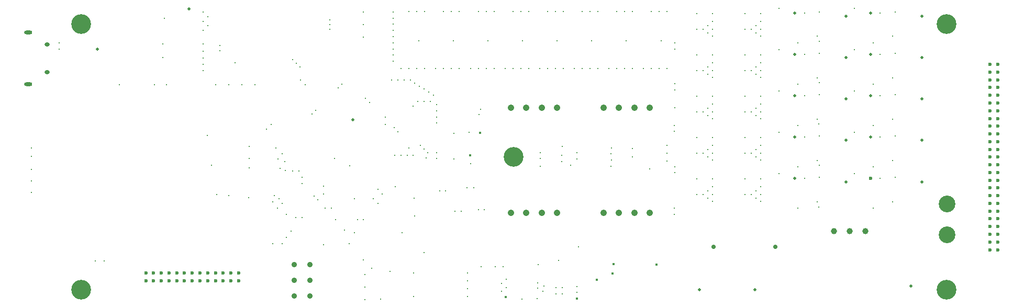
<source format=gbr>
%TF.GenerationSoftware,Altium Limited,Altium Designer,22.4.2 (48)*%
G04 Layer_Color=0*
%FSLAX45Y45*%
%MOMM*%
%TF.SameCoordinates,1579B7B8-C0FA-446B-BA7A-E71437B095E0*%
%TF.FilePolarity,Positive*%
%TF.FileFunction,Plated,1,6,PTH,Drill*%
%TF.Part,Single*%
G01*
G75*
%TA.AperFunction,ComponentDrill*%
%ADD171C,1.06000*%
%ADD172C,0.60000*%
%ADD173C,0.60000*%
%ADD174C,2.70000*%
%ADD175C,1.00000*%
%ADD176O,0.85000X0.65000*%
%ADD177O,1.30000X0.60000*%
%ADD178C,0.90000*%
%TA.AperFunction,ViaDrill,NotFilled*%
%ADD179C,0.30000*%
%ADD180C,0.40000*%
%ADD181C,0.50000*%
%ADD182C,3.20000*%
%ADD183C,0.70000*%
%ADD184C,0.60000*%
D171*
X8949998Y4299999D02*
D03*
X9200000D02*
D03*
X9450002D02*
D03*
X9699999Y4299999D02*
D03*
X11200001Y2600001D02*
D03*
X10949999Y2600001D02*
D03*
X10699997D02*
D03*
X10450000D02*
D03*
X11199999Y4300001D02*
D03*
X10950002Y4300002D02*
D03*
X10700000D02*
D03*
X10449998D02*
D03*
X8949998Y2599999D02*
D03*
X9200000D02*
D03*
X9450002D02*
D03*
X9699999Y2599999D02*
D03*
D172*
X3050001Y1500001D02*
D03*
X3175000D02*
D03*
X3299998D02*
D03*
X3425002D02*
D03*
X3550001D02*
D03*
X3674999D02*
D03*
X3800003D02*
D03*
X3925001D02*
D03*
X4050000D02*
D03*
X4174998D02*
D03*
X4300002D02*
D03*
X4425000D02*
D03*
X4549998D02*
D03*
X3050002Y1625000D02*
D03*
X3175000D02*
D03*
X3299998D02*
D03*
X3425002D02*
D03*
X3550000D02*
D03*
X3674999D02*
D03*
X3800003D02*
D03*
X3925001D02*
D03*
X4050000D02*
D03*
X4174998D02*
D03*
X4300002D02*
D03*
X4425000D02*
D03*
X4549999D02*
D03*
D173*
X16700000Y2500000D02*
D03*
X16825000Y2375000D02*
D03*
Y2500000D02*
D03*
X16700000Y2250000D02*
D03*
X16825000D02*
D03*
X16700000Y2125000D02*
D03*
X16825000D02*
D03*
X16700000Y2375000D02*
D03*
Y2000000D02*
D03*
X16825000D02*
D03*
Y2625000D02*
D03*
Y2750000D02*
D03*
Y2875000D02*
D03*
Y3000000D02*
D03*
Y3125000D02*
D03*
Y3250000D02*
D03*
Y3375000D02*
D03*
Y3500000D02*
D03*
Y3625000D02*
D03*
Y3750000D02*
D03*
Y3875000D02*
D03*
Y4000000D02*
D03*
Y4125000D02*
D03*
Y4250000D02*
D03*
Y4375000D02*
D03*
Y4500000D02*
D03*
Y4625000D02*
D03*
Y4750000D02*
D03*
Y4875000D02*
D03*
Y5000000D02*
D03*
X16700000Y2625000D02*
D03*
Y2750000D02*
D03*
Y2875000D02*
D03*
Y3000000D02*
D03*
Y3125000D02*
D03*
Y3250000D02*
D03*
Y3375000D02*
D03*
Y3500000D02*
D03*
Y3625000D02*
D03*
Y3750000D02*
D03*
Y3875000D02*
D03*
Y4000000D02*
D03*
Y4125000D02*
D03*
Y4250000D02*
D03*
Y4375000D02*
D03*
Y4500000D02*
D03*
Y4625000D02*
D03*
Y4750000D02*
D03*
Y4875000D02*
D03*
Y5000000D02*
D03*
D174*
X16005000Y2740000D02*
D03*
X16005000Y2239996D02*
D03*
D175*
X14175999Y2305000D02*
D03*
X14430000D02*
D03*
X14684000D02*
D03*
D176*
X1450000Y5322500D02*
D03*
Y4877497D02*
D03*
D177*
X1150001Y4682502D02*
D03*
X1150001Y5517501D02*
D03*
D178*
X5705000Y1251000D02*
D03*
X5451000D02*
D03*
X5705000Y1505000D02*
D03*
X5451000D02*
D03*
X5705000Y1759000D02*
D03*
X5451000D02*
D03*
D179*
X4050000Y5775000D02*
D03*
X3975000Y5700000D02*
D03*
X4050000Y5625000D02*
D03*
X7300000Y3650000D02*
D03*
X6050000Y2675000D02*
D03*
X9920000Y3370000D02*
D03*
X11475000Y3687501D02*
D03*
Y3562498D02*
D03*
Y3437499D02*
D03*
X10580000Y3450000D02*
D03*
X10920000Y3500000D02*
D03*
Y3640000D02*
D03*
X10020000Y3570000D02*
D03*
Y3470000D02*
D03*
X3350000Y5750000D02*
D03*
X9425000Y3350000D02*
D03*
X8150000Y2625000D02*
D03*
X8050000D02*
D03*
X5950000Y2675000D02*
D03*
X2235000Y1815000D02*
D03*
X2375000D02*
D03*
X5925000Y2900000D02*
D03*
X10050000Y2050000D02*
D03*
X7550000Y1950000D02*
D03*
X7195000Y2278661D02*
D03*
X6925000Y4025000D02*
D03*
Y4150000D02*
D03*
X5575000Y3075000D02*
D03*
Y3175000D02*
D03*
X7000000Y1650000D02*
D03*
X6700000Y1700000D02*
D03*
X6850000Y1200000D02*
D03*
X5922791Y2077209D02*
D03*
X7375000Y4325000D02*
D03*
X7450000Y4400000D02*
D03*
X7550000D02*
D03*
X7650000D02*
D03*
X4495000Y5025000D02*
D03*
X4180000Y4670000D02*
D03*
X4390000D02*
D03*
X4600000D02*
D03*
X4810000D02*
D03*
X11595000Y3915000D02*
D03*
X12209999Y5570000D02*
D03*
X5925000Y3025000D02*
D03*
X4715000Y2840000D02*
D03*
X4390000Y2875000D02*
D03*
X4200000Y2890000D02*
D03*
X4110000Y3370000D02*
D03*
X4045000Y3850000D02*
D03*
X5125000Y2875000D02*
D03*
X5220000Y3315000D02*
D03*
X5000000Y3950000D02*
D03*
X5075000Y4025000D02*
D03*
X5300000Y3425000D02*
D03*
X5190000Y3465000D02*
D03*
X5525000Y3275000D02*
D03*
X5425000D02*
D03*
X6800000Y2975000D02*
D03*
X6875000Y2900000D02*
D03*
X7390000Y2830000D02*
D03*
X7085000Y3020000D02*
D03*
X5625000Y4675000D02*
D03*
X5550000Y4750000D02*
D03*
X6265000Y2320000D02*
D03*
X11600000Y4300001D02*
D03*
X8245000Y3000000D02*
D03*
X8350000D02*
D03*
X7400000Y2550000D02*
D03*
X8425000Y2650000D02*
D03*
X8525000D02*
D03*
X6570000Y2487300D02*
D03*
X6475000Y2485000D02*
D03*
X6420000Y2275000D02*
D03*
X6118446Y2485000D02*
D03*
X5575000Y2525000D02*
D03*
X5475000D02*
D03*
X7750000Y4150000D02*
D03*
Y4050000D02*
D03*
Y4250000D02*
D03*
X7900000Y2955000D02*
D03*
X7800000D02*
D03*
X12839998Y2890000D02*
D03*
X11600000Y3245000D02*
D03*
X7175000Y3525000D02*
D03*
X7075000D02*
D03*
X7275000D02*
D03*
X7375000D02*
D03*
X8475000Y1725000D02*
D03*
X8825000D02*
D03*
X8700000D02*
D03*
X8880002Y1520002D02*
D03*
X15170000Y3170000D02*
D03*
X7992997Y4930001D02*
D03*
X7865997D02*
D03*
X8119997D02*
D03*
X7475000Y4650000D02*
D03*
X7225000Y4750000D02*
D03*
X7125000D02*
D03*
X7178998Y4930001D02*
D03*
X11960059Y5154931D02*
D03*
X12209999Y5155000D02*
D03*
X11959999Y5825000D02*
D03*
X12209999D02*
D03*
Y5700000D02*
D03*
X6800000Y2750000D02*
D03*
X7750000Y3575000D02*
D03*
Y3475000D02*
D03*
X12209999Y3145000D02*
D03*
Y3020000D02*
D03*
X7700000Y4500000D02*
D03*
X7625000Y4550000D02*
D03*
X7550000Y4600000D02*
D03*
X7400000Y4700000D02*
D03*
X7325000Y4750000D02*
D03*
X7750000Y4350000D02*
D03*
X7025000Y4750000D02*
D03*
X7050000Y5050000D02*
D03*
X9395000Y1755000D02*
D03*
X7050000Y5150000D02*
D03*
X7460000Y5385000D02*
D03*
X9140000D02*
D03*
X7050000Y5250000D02*
D03*
X11600000Y4585000D02*
D03*
X7050000Y5350000D02*
D03*
Y5450000D02*
D03*
X11098997Y4930001D02*
D03*
X7050000Y5550000D02*
D03*
Y5650000D02*
D03*
Y5750000D02*
D03*
X1200000Y3510000D02*
D03*
X7559998Y5854998D02*
D03*
X7305998D02*
D03*
X8030000Y3880000D02*
D03*
X8035000Y3470000D02*
D03*
X8985997Y5854998D02*
D03*
X7050000Y5850000D02*
D03*
X12989998Y5570000D02*
D03*
X12989999Y5460000D02*
D03*
X12739998Y5825000D02*
D03*
X11600000Y3345000D02*
D03*
X12989998Y3145000D02*
D03*
X6025000Y5565000D02*
D03*
Y5645000D02*
D03*
Y5725000D02*
D03*
X5545000Y4960000D02*
D03*
X5485000Y5020000D02*
D03*
X5425000Y5080000D02*
D03*
X7865997Y5854998D02*
D03*
X11225997D02*
D03*
X7992997D02*
D03*
X11352997D02*
D03*
Y4930001D02*
D03*
X9545997Y5854998D02*
D03*
X10919997D02*
D03*
X10105997D02*
D03*
X10665997D02*
D03*
X11595000Y2570000D02*
D03*
Y2670000D02*
D03*
Y4015000D02*
D03*
X11600000Y4685000D02*
D03*
X13935001Y2690000D02*
D03*
X13939999Y3365000D02*
D03*
X13935001Y4035000D02*
D03*
X13939999Y4705000D02*
D03*
X11600000Y5250000D02*
D03*
Y5350000D02*
D03*
X14510001Y5240000D02*
D03*
X13939999Y5370000D02*
D03*
X7124491Y3913275D02*
D03*
X7610000Y3570000D02*
D03*
X7550000Y3630000D02*
D03*
X7580000Y3490000D02*
D03*
X8460000Y4270000D02*
D03*
X7490000Y3690000D02*
D03*
X8440000Y4190000D02*
D03*
X5400000Y2300000D02*
D03*
X10575000Y3350000D02*
D03*
Y3550000D02*
D03*
X10580000Y3650000D02*
D03*
X9780000Y3675000D02*
D03*
X9425000Y3575000D02*
D03*
X9775000Y3525000D02*
D03*
X9425000Y3475000D02*
D03*
X9775000Y3425000D02*
D03*
X10025002Y1310001D02*
D03*
Y1405002D02*
D03*
X8255000Y1621491D02*
D03*
Y1494491D02*
D03*
X9135002Y1199050D02*
D03*
X8800002Y1325001D02*
D03*
Y1455001D02*
D03*
X8255000Y1240491D02*
D03*
Y1367491D02*
D03*
X9380002Y1205001D02*
D03*
X1650000Y5250000D02*
D03*
X3975000Y5215000D02*
D03*
X4250000Y5220000D02*
D03*
Y5305000D02*
D03*
X6725000Y2825000D02*
D03*
X8300000Y3390000D02*
D03*
X8274998Y3900000D02*
D03*
X3325000Y5111249D02*
D03*
Y5331249D02*
D03*
X3975000Y4896248D02*
D03*
Y5105000D02*
D03*
Y5330000D02*
D03*
Y5550000D02*
D03*
Y5001252D02*
D03*
Y5850000D02*
D03*
X5305000Y3280000D02*
D03*
X5325000Y2575000D02*
D03*
Y2200000D02*
D03*
X5250000Y2100000D02*
D03*
X5100000D02*
D03*
X5250000Y2750000D02*
D03*
X5200000Y2825000D02*
D03*
X5175000Y2675000D02*
D03*
X5100000Y2775000D02*
D03*
X6425000Y2825000D02*
D03*
X4725000Y3325000D02*
D03*
Y3480000D02*
D03*
Y3675000D02*
D03*
X3379998Y4675000D02*
D03*
X3190000D02*
D03*
X2620000D02*
D03*
X1200000Y3650000D02*
D03*
Y3300000D02*
D03*
Y3110000D02*
D03*
Y2925000D02*
D03*
X6600000Y4450000D02*
D03*
X6345000Y3360000D02*
D03*
X6100000Y3475000D02*
D03*
X5250000Y3550000D02*
D03*
X5155000Y3650000D02*
D03*
X6160000Y4620000D02*
D03*
X5740000Y4200000D02*
D03*
X6669950Y4380000D02*
D03*
X5830000Y2810000D02*
D03*
X5770000Y2870000D02*
D03*
X5800000Y4260000D02*
D03*
X6220000Y4680000D02*
D03*
X7065000Y3975000D02*
D03*
X14924805Y5835195D02*
D03*
X12989998Y5700000D02*
D03*
X15170000Y5850000D02*
D03*
X15130000Y5455000D02*
D03*
X12989998Y5825000D02*
D03*
X14510001Y5910000D02*
D03*
X14814999Y5350000D02*
D03*
X13700000Y5835000D02*
D03*
X13945000Y5850000D02*
D03*
X12210000Y5460000D02*
D03*
X13905000Y5455000D02*
D03*
X13285001Y5910000D02*
D03*
X13590096Y5350394D02*
D03*
X14925000Y5165000D02*
D03*
X12989998Y5030000D02*
D03*
X15170000Y5180000D02*
D03*
X12989999Y4790000D02*
D03*
X15130000Y4785000D02*
D03*
X12989998Y5155000D02*
D03*
Y4900000D02*
D03*
X14814999Y4680000D02*
D03*
X13700000Y5165000D02*
D03*
X12209999Y5030000D02*
D03*
X13945000Y5180000D02*
D03*
X12210000Y4790000D02*
D03*
X13905000Y4785000D02*
D03*
X13285001Y5240000D02*
D03*
X12209999Y4900000D02*
D03*
X13590096Y4680394D02*
D03*
X14925000Y4495000D02*
D03*
X12989998Y4360000D02*
D03*
X15170000Y4510000D02*
D03*
X12989999Y4120000D02*
D03*
X15130000Y4115000D02*
D03*
X12989998Y4485000D02*
D03*
X14510001Y4570000D02*
D03*
X12989998Y4230000D02*
D03*
X14814999Y4010000D02*
D03*
X13700000Y4495000D02*
D03*
X12209999Y4360000D02*
D03*
X13945000Y4510000D02*
D03*
X12210000Y4120000D02*
D03*
X13905000Y4115000D02*
D03*
X12209999Y4485000D02*
D03*
X13285001Y4570000D02*
D03*
X12209999Y4230000D02*
D03*
X13590096Y4010394D02*
D03*
X14925000Y3825000D02*
D03*
X12989998Y3690000D02*
D03*
X15170000Y3840000D02*
D03*
X12989999Y3450000D02*
D03*
X15130000Y3445000D02*
D03*
X12989998Y3815000D02*
D03*
X14510001Y3900000D02*
D03*
X12989998Y3560000D02*
D03*
X14814999Y3340000D02*
D03*
X13700000Y3825000D02*
D03*
X12209999Y3690000D02*
D03*
X13945000Y3840000D02*
D03*
X12210000Y3450000D02*
D03*
X13905000Y3445000D02*
D03*
X12209999Y3815000D02*
D03*
X13285001Y3900000D02*
D03*
X12209999Y3560000D02*
D03*
X13589999Y3340000D02*
D03*
X6590000Y1395000D02*
D03*
X6590000Y1190000D02*
D03*
X6590000Y1595000D02*
D03*
X6565000Y5844999D02*
D03*
Y5645000D02*
D03*
Y5440000D02*
D03*
X7380000Y1621491D02*
D03*
Y1240491D02*
D03*
X6565000Y1835001D02*
D03*
X6340000Y2100000D02*
D03*
X9727502Y1822502D02*
D03*
X9780002Y1285001D02*
D03*
X9680002D02*
D03*
X9780002Y1385001D02*
D03*
X9680002D02*
D03*
X8880002Y1390002D02*
D03*
X9470002Y1330001D02*
D03*
X9385002Y1380001D02*
D03*
X9485002Y1410001D02*
D03*
X9385002Y1460001D02*
D03*
X11479997Y4930001D02*
D03*
X8858997D02*
D03*
X8985997D02*
D03*
X8425997D02*
D03*
X8552997D02*
D03*
X8679997D02*
D03*
X10538997D02*
D03*
X9112997Y5854998D02*
D03*
X10232997D02*
D03*
X10359997D02*
D03*
X8679997D02*
D03*
X11225997Y4930001D02*
D03*
X11479997Y5854998D02*
D03*
X11379999Y5385000D02*
D03*
X10665997Y4930001D02*
D03*
X10919997D02*
D03*
X10792997Y5854998D02*
D03*
X10819999Y5385000D02*
D03*
X10792997Y4930001D02*
D03*
X10105997D02*
D03*
X10359997D02*
D03*
X9978997D02*
D03*
X10260000Y5385000D02*
D03*
X10232997Y4930001D02*
D03*
X9545997D02*
D03*
X9799997D02*
D03*
X9672997Y5854998D02*
D03*
X9799997D02*
D03*
X9418997Y4930001D02*
D03*
X9700000Y5385000D02*
D03*
X9672997Y4930001D02*
D03*
X9239997D02*
D03*
Y5854998D02*
D03*
X9112997Y4930001D02*
D03*
X8552997Y5854998D02*
D03*
X8298997Y4930001D02*
D03*
X8580000Y5385000D02*
D03*
X8425997Y5854998D02*
D03*
X8119997D02*
D03*
X7738997Y4930001D02*
D03*
X8020000Y5385000D02*
D03*
X11200001Y3312501D02*
D03*
X7432998Y5854998D02*
D03*
X1650000Y5350000D02*
D03*
X14925000Y3155000D02*
D03*
X7432998Y4930001D02*
D03*
X7559998D02*
D03*
X7305998D02*
D03*
X13589925Y2670135D02*
D03*
X12739998Y3145000D02*
D03*
X12059999Y2890000D02*
D03*
X12209999D02*
D03*
X12210000Y2780000D02*
D03*
X11959999Y2890000D02*
D03*
X12135000Y2830000D02*
D03*
X11959999Y3145000D02*
D03*
X12134999Y2950000D02*
D03*
X12989998Y3020000D02*
D03*
Y2890000D02*
D03*
X12989999Y2780000D02*
D03*
X12739998Y2890000D02*
D03*
X12914999Y2830000D02*
D03*
X12914998Y2950000D02*
D03*
X12059999Y3560000D02*
D03*
X11959999D02*
D03*
X12135000Y3500000D02*
D03*
X11959999Y3815000D02*
D03*
X12134999Y3620000D02*
D03*
X12839998Y3560000D02*
D03*
X12739998D02*
D03*
X12914999Y3500000D02*
D03*
X12739998Y3815000D02*
D03*
X12914998Y3620000D02*
D03*
X12059999Y4230000D02*
D03*
X11959999D02*
D03*
X12135000Y4170000D02*
D03*
X11959999Y4485000D02*
D03*
X12134999Y4290000D02*
D03*
X12839998Y4230000D02*
D03*
X12739998D02*
D03*
X12914999Y4170000D02*
D03*
X12739998Y4485000D02*
D03*
X12914998Y4290000D02*
D03*
X12059999Y4900000D02*
D03*
X11959999D02*
D03*
X12135000Y4840000D02*
D03*
X12134999Y4960000D02*
D03*
X12839998Y4900000D02*
D03*
X12739998D02*
D03*
X12914999Y4840000D02*
D03*
X12739998Y5155000D02*
D03*
X12914998Y4960000D02*
D03*
X12059999Y5570000D02*
D03*
X11959999D02*
D03*
X12135000Y5510000D02*
D03*
X12134999Y5630000D02*
D03*
X12914999Y5510000D02*
D03*
X12914998Y5630000D02*
D03*
X12839998Y5570000D02*
D03*
X12739998D02*
D03*
X13285001Y3230000D02*
D03*
X13905000Y2775000D02*
D03*
X13945000Y3170000D02*
D03*
X13700000Y3155000D02*
D03*
X14814999Y2670000D02*
D03*
X14510001Y3230000D02*
D03*
X15130000Y2775000D02*
D03*
D180*
X10345000Y1510000D02*
D03*
X8455000Y3890000D02*
D03*
X10610000Y1765000D02*
D03*
X10600000Y1615000D02*
D03*
X11310000Y1760000D02*
D03*
X10025002Y1210001D02*
D03*
X8870002Y1235001D02*
D03*
X8290403Y3525002D02*
D03*
D181*
X6395000Y4100000D02*
D03*
X12900000Y1349999D02*
D03*
X11999999Y1350000D02*
D03*
X15420000Y1410000D02*
D03*
X14770000Y5835000D02*
D03*
X15600000Y5780000D02*
D03*
X13545000Y5835000D02*
D03*
X14375000Y5780000D02*
D03*
X14770000Y5165000D02*
D03*
X15600000Y5110000D02*
D03*
X13545000Y5165000D02*
D03*
X14375000Y5110000D02*
D03*
X14770000Y4495000D02*
D03*
X15600000Y4440000D02*
D03*
X13545000Y4495000D02*
D03*
X14375000Y4440000D02*
D03*
X14770000Y3825000D02*
D03*
X15600000Y3770000D02*
D03*
X13545000Y3825000D02*
D03*
X14375000Y3770000D02*
D03*
X3750000Y5900000D02*
D03*
X2265000Y5250000D02*
D03*
X13544904Y3154606D02*
D03*
X14375000Y3100000D02*
D03*
X15600000D02*
D03*
D182*
X16000000Y5650000D02*
D03*
X9000000Y3500000D02*
D03*
X16000000Y1350000D02*
D03*
X2000000Y5650000D02*
D03*
Y1350000D02*
D03*
D183*
X13230000Y2050000D02*
D03*
X12230000D02*
D03*
D184*
X14770000Y3155000D02*
D03*
%TF.MD5,065a3f329b5c52cc45568750d62a9be3*%
M02*

</source>
